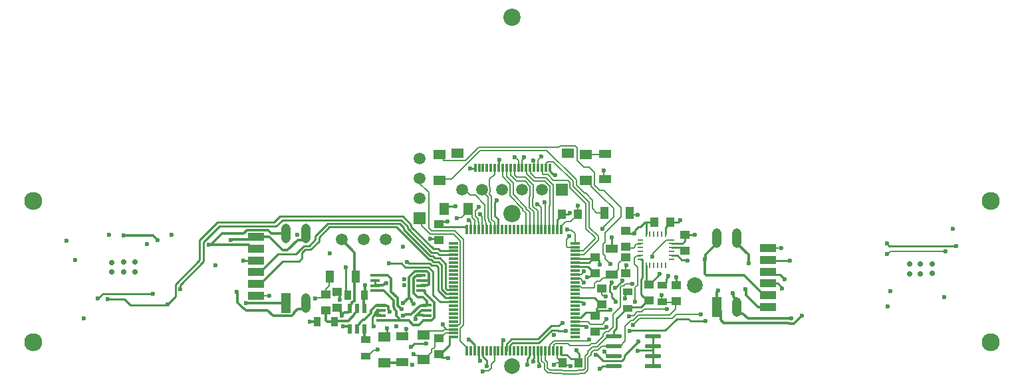
<source format=gtl>
G04*
G04 #@! TF.GenerationSoftware,Altium Limited,Altium Designer,21.3.2 (30)*
G04*
G04 Layer_Physical_Order=1*
G04 Layer_Color=255*
%FSLAX43Y43*%
%MOMM*%
G71*
G04*
G04 #@! TF.SameCoordinates,FC902942-77D8-4BC3-8EBF-9AFE0F54990F*
G04*
G04*
G04 #@! TF.FilePolarity,Positive*
G04*
G01*
G75*
%ADD16C,0.203*%
%ADD18R,1.067X1.524*%
%ADD19R,1.270X1.016*%
%ADD20R,0.300X1.000*%
%ADD21R,0.300X1.200*%
%ADD22R,0.550X1.200*%
%ADD23R,1.200X0.300*%
%ADD24R,1.575X1.270*%
%ADD25R,1.524X1.067*%
%ADD26R,2.100X0.500*%
%ADD27O,2.100X0.500*%
%ADD28R,2.000X1.000*%
%ADD29R,0.889X1.270*%
%ADD30R,1.270X0.889*%
%ADD31R,1.200X0.350*%
%ADD32R,1.016X1.270*%
%ADD33R,0.790X0.260*%
%ADD34R,0.260X0.790*%
%ADD35R,1.650X1.300*%
%ADD36R,1.626X1.194*%
%ADD37O,1.200X2.500*%
%ADD38R,1.200X2.500*%
%ADD39R,1.194X1.626*%
%ADD68C,0.254*%
%ADD69C,0.305*%
%ADD70C,0.508*%
%ADD71C,1.500*%
%ADD72C,2.000*%
%ADD73C,2.200*%
%ADD74C,2.300*%
%ADD75C,2.300*%
%ADD76C,0.700*%
%ADD77R,1.500X1.500*%
%ADD78R,1.500X1.500*%
%ADD79C,0.600*%
D16*
X55600Y72636D02*
G03*
X55600Y73364I-990J364D01*
G01*
X35150Y60700D02*
Y61698D01*
X34726Y60276D02*
X35150Y60700D01*
Y61698D02*
X35352Y61900D01*
X34294Y59176D02*
X34726Y59608D01*
Y60276D01*
X33583Y59176D02*
X34294D01*
X33457Y59050D02*
X33583Y59176D01*
X33350Y59050D02*
X33457D01*
X39850Y51750D02*
X40104D01*
X40810Y52456D01*
X41274D01*
X41350Y52532D01*
X49702Y76698D02*
Y76998D01*
X50731Y74331D02*
X54400Y78000D01*
X49702Y76698D02*
X52524D01*
X49250Y77450D02*
X49702Y76998D01*
X52524Y76698D02*
X54232Y78406D01*
X49433Y74331D02*
X50731D01*
X78901Y58568D02*
X79020Y58687D01*
X78309Y58550D02*
X78901Y58568D01*
X63227Y49973D02*
X64235Y49913D01*
X65599Y49845D02*
X66101D01*
X62961Y50239D02*
X63227Y49973D01*
X64986Y50732D02*
X65850Y50450D01*
X65431Y49439D02*
X66269D01*
X62555Y50045D02*
X63033Y49567D01*
X77768Y58550D02*
X78309D01*
X64235Y49913D02*
X65599Y49845D01*
X67701Y49507D02*
X68116Y49922D01*
X64926Y50792D02*
X64986Y50732D01*
X66101Y49845D02*
X67533Y49913D01*
X66269Y49439D02*
X67701Y49507D01*
X64868Y50850D02*
X64926Y50792D01*
X79020Y58687D02*
Y59124D01*
X67533Y49913D02*
X67710Y50090D01*
X63033Y49567D02*
X65431Y49439D01*
X64102Y50850D02*
X64868D01*
X63852Y50600D02*
X64102Y50850D01*
X63800Y50600D02*
X63852D01*
X67175Y61602D02*
X67355Y61422D01*
Y61398D02*
Y61422D01*
Y61398D02*
X67553Y61199D01*
Y61092D02*
Y61199D01*
Y62446D02*
Y62541D01*
X74110Y58655D02*
X74137Y58682D01*
Y60511D02*
X74400Y60775D01*
X74137Y58682D02*
Y60511D01*
X71332Y57027D02*
X72259Y57954D01*
X74400Y60775D02*
Y63104D01*
X72259Y57954D02*
Y60511D01*
X72440Y60692D01*
X68251Y53055D02*
X68513Y53317D01*
X65547Y53302D02*
X65794Y53055D01*
X68251D01*
X70063Y59437D02*
X70274D01*
X69900Y59600D02*
Y60382D01*
Y59600D02*
X70063Y59437D01*
X70274D02*
X70350Y59361D01*
X65767Y53656D02*
X68220D01*
X77450Y58868D02*
Y59551D01*
Y58868D02*
X77600Y58718D01*
X79250Y57698D02*
Y58618D01*
X78508Y56956D02*
X79250Y57698D01*
Y58618D02*
X79350Y58718D01*
X79020Y59124D02*
X79350Y58718D01*
X77600D02*
X77768Y58550D01*
X106638Y65088D02*
X113648D01*
X106200Y64750D02*
X106300D01*
X106638Y65088D01*
X76376Y64526D02*
Y64876D01*
X78080Y66580D01*
X76300Y64450D02*
X76376Y64526D01*
X61042Y70897D02*
X61700Y70239D01*
X60636Y70729D02*
Y72029D01*
X58205Y72181D02*
X59823Y70563D01*
X60230Y70561D02*
Y70731D01*
X60700Y67900D02*
Y70090D01*
X61647Y71148D02*
X61752D01*
X61042Y70897D02*
Y71860D01*
X61151Y71969D01*
X58611Y72350D02*
X60230Y70731D01*
X61151Y71969D02*
Y73605D01*
X60169Y74587D02*
X61151Y73605D01*
X61200Y67900D02*
Y70165D01*
X59823Y70393D02*
Y70563D01*
X60636Y72029D02*
X60745Y72138D01*
X60200Y67900D02*
Y70016D01*
X61700Y67900D02*
Y70239D01*
X60636Y70729D02*
X61200Y70165D01*
X61752Y71148D02*
X62200Y70700D01*
X60127Y74055D02*
X60745Y73437D01*
X60230Y70561D02*
X60700Y70090D01*
X59823Y70393D02*
X60200Y70016D01*
X60745Y72138D02*
Y73437D01*
X74000Y64252D02*
X74300Y64552D01*
X74000Y63504D02*
X74400Y63104D01*
X74000Y63504D02*
Y64252D01*
X79369Y57069D02*
X82461D01*
X78850Y56550D02*
X79369Y57069D01*
X74687Y56550D02*
X78850D01*
X74519Y56956D02*
X78508D01*
X75276Y57707D02*
X78152D01*
X74932Y57362D02*
X75276Y57707D01*
X73810Y55673D02*
X74687Y56550D01*
X73319Y56839D02*
X73395Y56915D01*
X73903D01*
X74351Y57362D01*
X73841Y56278D02*
X74519Y56956D01*
X73560Y56278D02*
X73841D01*
X74351Y57362D02*
X74932D01*
X72844Y55562D02*
X73560Y56278D01*
X69870Y68000D02*
X71400Y69530D01*
X69870Y68000D02*
X69929Y67941D01*
X70300Y67457D02*
X72350Y69507D01*
Y70700D01*
X70300Y66322D02*
Y67457D01*
X65445Y67850D02*
X66000D01*
X65700Y66943D02*
Y67050D01*
X70450Y56393D02*
Y56500D01*
X70103Y55944D02*
Y56045D01*
X69959Y55800D02*
X70103Y55944D01*
Y56045D02*
X70450Y56393D01*
X68405Y55800D02*
X69959D01*
X62200Y51174D02*
Y52400D01*
Y51174D02*
X62555Y50819D01*
X61750Y76761D02*
X62150Y77161D01*
Y77216D01*
X61750Y75750D02*
Y76761D01*
X72844Y53644D02*
Y55562D01*
X72440Y60692D02*
X72668D01*
X70372Y54822D02*
X70695D01*
X69069Y53317D02*
X70048Y54297D01*
X70695Y54822D02*
X71332Y55459D01*
Y57027D01*
X70048Y54297D02*
Y54498D01*
X70372Y54822D01*
X72200Y53000D02*
X72844Y53644D01*
X72668Y60692D02*
X72956Y60980D01*
X73750D01*
X63248Y53199D02*
X63757Y53708D01*
X63248Y52448D02*
Y53199D01*
X63748Y52448D02*
Y53125D01*
X63925Y53302D02*
X65547D01*
X63748Y53125D02*
X63925Y53302D01*
X63757Y53708D02*
X65716D01*
X65767Y53656D01*
X68513Y53317D02*
X69069D01*
X68681Y52911D02*
X69241D01*
X68089Y52074D02*
Y52319D01*
X69351Y52505D02*
X69380Y52475D01*
X68495Y51906D02*
Y52151D01*
X68116Y51526D02*
X68495Y51906D01*
X69380Y52475D02*
X69904Y53000D01*
X68849Y52505D02*
X69351D01*
X67710Y51694D02*
X68089Y52074D01*
X69241Y52911D02*
X70600Y54270D01*
X68089Y52319D02*
X68681Y52911D01*
X68495Y52151D02*
X68849Y52505D01*
X69904Y53000D02*
X72200D01*
X68116Y49922D02*
Y51526D01*
X67710Y50090D02*
Y51694D01*
X70663Y51730D02*
Y51731D01*
X70170Y52224D02*
X70663Y51731D01*
X70170Y52224D02*
Y52287D01*
X70663Y51730D02*
X71400D01*
X70600Y54270D02*
X71400D01*
X78080Y66580D02*
X78720D01*
X65350Y65769D02*
Y66593D01*
X65700Y66943D01*
X66450Y66150D02*
Y67400D01*
X66000Y67850D02*
X66450Y67400D01*
X58205Y72181D02*
Y73673D01*
X58250Y74800D02*
Y75750D01*
X57750Y74703D02*
X58611Y73842D01*
X57250Y74628D02*
X58205Y73673D01*
X58250Y74800D02*
X58995Y74055D01*
X57750Y74703D02*
Y75750D01*
X57250Y74628D02*
Y75750D01*
X55600Y73364D02*
Y74295D01*
X56250Y74945D01*
Y75750D01*
X55412Y69303D02*
Y72003D01*
X55818Y69471D02*
Y72171D01*
X55006Y69135D02*
Y71068D01*
X53774Y72300D02*
X55006Y71068D01*
X55600Y72390D02*
X55660Y72330D01*
X55600Y72390D02*
Y72636D01*
X58611Y72350D02*
Y73842D01*
X55660Y72330D02*
X55818Y72171D01*
X54610Y72805D02*
X55412Y72003D01*
X54610Y72805D02*
Y73000D01*
X54401Y69743D02*
X54600Y69544D01*
Y68966D02*
Y69544D01*
X54606Y68670D02*
Y68960D01*
X55012Y68839D02*
Y69128D01*
X53390Y69431D02*
Y69441D01*
X54606Y68670D02*
X54652Y68625D01*
X55012Y68839D02*
X55152Y68700D01*
X53155Y68928D02*
X53178D01*
X53383Y69448D02*
X53390Y69441D01*
X53796Y70299D02*
X54200Y70703D01*
X53796Y69599D02*
X54106Y69290D01*
Y68886D02*
Y69290D01*
X54200Y70703D02*
Y70751D01*
X54600Y68966D02*
X54606Y68960D01*
X53700Y67900D02*
Y69121D01*
X55006Y69135D02*
X55012Y69128D01*
X53010Y69073D02*
X53155Y68928D01*
X55444Y68982D02*
Y69271D01*
X55818Y69471D02*
X55850Y69440D01*
X53390Y69431D02*
X53700Y69121D01*
X53383Y69448D02*
Y69839D01*
X53796Y69599D02*
Y70299D01*
X55850Y69150D02*
Y69440D01*
X54401Y69743D02*
Y69850D01*
X52903Y69073D02*
X53010D01*
X54106Y68886D02*
X54200Y68792D01*
X55412Y69303D02*
X55444Y69271D01*
X54200Y67900D02*
Y68792D01*
X55850Y69150D02*
X56200Y68800D01*
X55152Y67948D02*
Y68700D01*
X55444Y68982D02*
X55700Y68726D01*
X56200Y67900D02*
Y68800D01*
X55700Y67900D02*
Y68726D01*
X54652Y67948D02*
Y68625D01*
X55152Y67948D02*
X55200Y67900D01*
X52850Y70372D02*
X53383Y69839D01*
X70036Y66058D02*
X70300Y66322D01*
X66778Y70922D02*
Y70937D01*
Y70922D02*
X66850Y70850D01*
Y69850D02*
Y70850D01*
X66450Y62150D02*
X67257D01*
X67553Y62446D01*
X66498Y61602D02*
X67175D01*
X66450Y61650D02*
X66498Y61602D01*
X70150Y74500D02*
Y75400D01*
Y74500D02*
X70250Y74400D01*
X73648Y69750D02*
X74450D01*
X73348Y70050D02*
X73648Y69750D01*
X72950Y62350D02*
Y63260D01*
X73000Y63310D01*
X64200Y51445D02*
X64795Y50850D01*
X62700Y51248D02*
X62961Y50987D01*
X62700Y51248D02*
Y52400D01*
X62961Y50239D02*
Y50987D01*
X62555Y50045D02*
Y50819D01*
X44950Y54650D02*
Y55237D01*
X44450Y54150D02*
X44950Y54650D01*
X45987Y51963D02*
X46141Y51809D01*
X45888Y51963D02*
X45987D01*
X46693Y51809D02*
X47150Y51352D01*
X46141Y51809D02*
X46693D01*
X25850Y59450D02*
X27500D01*
X47861Y51861D02*
X48213Y52213D01*
Y52583D02*
X48390Y52760D01*
X48213Y52213D02*
Y52583D01*
X48498Y52760D02*
X48617Y52879D01*
X47861Y51809D02*
Y51861D01*
X48617Y52879D02*
Y53576D01*
X48390Y52760D02*
X48498D01*
X49023Y53982D02*
X49277D01*
X47150Y51352D02*
X47404D01*
X47861Y51809D01*
X48617Y53576D02*
X49023Y53982D01*
X49977Y55077D02*
X50050Y55150D01*
X49798Y55077D02*
X49977D01*
X49654Y54933D02*
X49798Y55077D01*
X47683Y54933D02*
X49654D01*
X47150Y54400D02*
X47683Y54933D01*
X52010Y69456D02*
X52850Y70296D01*
X51606Y69456D02*
X52010D01*
X51450Y69300D02*
X51606Y69456D01*
X91050Y65500D02*
X92733D01*
X52850Y70372D02*
Y70550D01*
Y70296D02*
Y70372D01*
X54652Y67948D02*
X54700Y67900D01*
X49250Y74148D02*
X49433Y74331D01*
X69227Y70050D02*
X70300D01*
X68689Y70589D02*
X69227Y70050D01*
X68689Y70589D02*
Y71661D01*
X67800Y72550D02*
X68689Y71661D01*
X67649Y72550D02*
X67800D01*
X66637Y73562D02*
X67649Y72550D01*
X66637Y73562D02*
Y74213D01*
X62850Y78000D02*
X66637Y74213D01*
X54400Y78000D02*
X62850D01*
X70250Y64200D02*
X70950Y63500D01*
X70250Y64200D02*
Y64528D01*
X70036Y64741D02*
X70250Y64528D01*
X70036Y64741D02*
Y66058D01*
X70150Y72900D02*
X72350Y70700D01*
X69600Y72900D02*
X70150D01*
X68939Y73561D02*
X69600Y72900D01*
X68939Y73561D02*
Y75211D01*
X68255Y75895D02*
X68939Y75211D01*
X67606Y75895D02*
X68255D01*
X66761Y76740D02*
X67606Y75895D01*
X66761Y76740D02*
Y78316D01*
X66475Y78602D02*
X66761Y78316D01*
X64575Y78602D02*
X66475D01*
X64380Y78406D02*
X64575Y78602D01*
X54232Y78406D02*
X64380D01*
X66450Y60650D02*
X66498Y60602D01*
X67175D02*
X67327Y60450D01*
X66498Y60602D02*
X67175D01*
X68963Y60569D02*
Y61015D01*
X68844Y60450D02*
X68963Y60569D01*
X67327Y60450D02*
X68844D01*
X69248Y61300D02*
X69617D01*
X68963Y61015D02*
X69248Y61300D01*
X71400Y69530D02*
Y70570D01*
X68533Y73367D02*
X69748Y72152D01*
X69818D01*
X71400Y70570D01*
X67999Y74198D02*
X68533Y73665D01*
Y73367D02*
Y73665D01*
X67850Y74198D02*
X67999D01*
X67902Y77448D02*
X70250D01*
X67850Y77500D02*
X67902Y77448D01*
X67850Y68013D02*
Y71176D01*
X68256Y68181D02*
Y71344D01*
X69406Y66507D02*
Y67031D01*
X68256Y68181D02*
X69406Y67031D01*
X67850Y68013D02*
X69000Y66863D01*
Y66676D02*
Y66863D01*
X68055Y56150D02*
X68405Y55800D01*
X66450Y56150D02*
X68055D01*
X61202Y75798D02*
Y76646D01*
Y75798D02*
X61250Y75750D01*
X61145Y76702D02*
X61202Y76646D01*
X65350Y65769D02*
X65469Y65650D01*
X66450D01*
X59750Y76743D02*
X60000Y76993D01*
X59750Y75750D02*
Y76743D01*
X60000Y76993D02*
Y77100D01*
X62200Y67900D02*
Y70700D01*
X62610Y71390D02*
X62700Y71300D01*
Y67900D02*
Y71300D01*
X59250Y75798D02*
X59298Y75750D01*
X59250Y75798D02*
Y76700D01*
X58800Y77150D02*
X59250Y76700D01*
X50050Y55150D02*
X50950D01*
X49639Y55580D02*
Y55800D01*
Y55580D02*
X50050Y55169D01*
Y55150D02*
Y55169D01*
X63697Y74193D02*
X65509D01*
X65825Y73201D02*
Y73876D01*
X62975Y76552D02*
X63724D01*
X65509Y74193D02*
X65825Y73876D01*
X62977Y74912D02*
X63697Y74193D01*
X66231Y73369D02*
X68256Y71344D01*
X62400Y74912D02*
X62977D01*
X66231Y73369D02*
Y74045D01*
X65825Y73201D02*
X67850Y71176D01*
X63724Y76552D02*
X66231Y74045D01*
X47850Y68094D02*
Y72600D01*
X46737Y68920D02*
X46936Y68722D01*
X47850Y68094D02*
X48211Y67734D01*
X46936Y68434D02*
Y68722D01*
X46450Y68920D02*
X46737D01*
X46936Y68434D02*
X48042Y67328D01*
X48211Y67734D02*
X51117D01*
X48042Y67328D02*
X49860D01*
X54747Y49786D02*
X54806Y49845D01*
X55451D01*
X55805Y50199D02*
Y50705D01*
X55451Y49845D02*
X55805Y50199D01*
Y50705D02*
X56200Y51100D01*
Y52400D01*
X74752Y64552D02*
X74780Y64580D01*
X74300Y64552D02*
X74752D01*
X73100Y65568D02*
X73964D01*
X72950Y65718D02*
X73100Y65568D01*
X74752Y66052D02*
X74780Y66080D01*
X74300Y66052D02*
X74752D01*
X74083Y65835D02*
X74300Y66052D01*
X74083Y65687D02*
Y65835D01*
X73964Y65568D02*
X74083Y65687D01*
X72823Y64382D02*
X72950D01*
X72013Y63572D02*
X72823Y64382D01*
X72013Y62833D02*
Y63572D01*
X71430Y62250D02*
X72013Y62833D01*
X71100Y62250D02*
X71430D01*
X70567Y61717D02*
X71100Y62250D01*
X70033Y61717D02*
X70567D01*
X69617Y61300D02*
X70033Y61717D01*
X46450Y74000D02*
X47850Y72600D01*
X51852Y55301D02*
X52258Y55707D01*
X51117Y67734D02*
X52258Y66593D01*
Y55707D02*
Y66593D01*
X50998Y55698D02*
X51675D01*
X50977Y67300D02*
X51852Y66425D01*
X51675Y55698D02*
X51852Y55875D01*
Y66425D01*
X49860Y67328D02*
X49888Y67300D01*
X50977D01*
X51852Y53698D02*
Y55301D01*
X52700Y52400D02*
Y52850D01*
X51852Y53698D02*
X52700Y52850D01*
X50950Y55650D02*
X50998Y55698D01*
X49945Y54650D02*
X50950D01*
X49277Y53982D02*
X49945Y54650D01*
X62750Y75750D02*
X62798Y75798D01*
Y76375D01*
X62975Y76552D01*
X66450Y64650D02*
X67549D01*
X69406Y66507D01*
X62298Y75014D02*
Y75853D01*
Y75014D02*
X62400Y74912D01*
X66450Y65150D02*
X67474D01*
X69000Y66676D01*
X63200Y52400D02*
X63248Y52448D01*
X63700Y52400D02*
X63748Y52448D01*
X64200Y51445D02*
Y52400D01*
X53178Y67922D02*
Y68928D01*
Y67922D02*
X53200Y67900D01*
X52070Y73000D02*
X52400D01*
X53100Y72300D01*
X53774D01*
X66444Y69317D02*
X66850Y69723D01*
X66317Y69317D02*
X66444D01*
X66850Y69723D02*
Y69850D01*
X65913Y68913D02*
X66317Y69317D01*
X65263Y68913D02*
X65913D01*
X64700Y67900D02*
Y68350D01*
X65263Y68913D01*
X60798Y75125D02*
X61417Y74506D01*
X60750Y75750D02*
X60798Y75702D01*
Y75125D02*
Y75702D01*
X62790Y74506D02*
X63700Y73596D01*
X61417Y74506D02*
X62790D01*
X63700Y67900D02*
Y73596D01*
X61231Y74100D02*
X62622D01*
X60298Y75032D02*
Y75702D01*
Y75032D02*
X61231Y74100D01*
X60250Y75750D02*
X60298Y75702D01*
X63200Y70875D02*
X63285Y70960D01*
Y73437D01*
X62622Y74100D02*
X63285Y73437D01*
X63200Y67900D02*
Y70875D01*
X58750Y74874D02*
Y75750D01*
Y74874D02*
X59037Y74587D01*
X60169D01*
X58995Y74055D02*
X60127D01*
D18*
X35250Y61900D02*
D03*
X38502D02*
D03*
X73450Y70050D02*
D03*
X70198D02*
D03*
D19*
X36200Y59900D02*
D03*
Y57868D02*
D03*
X69050Y54868D02*
D03*
Y56900D02*
D03*
X34700Y57550D02*
D03*
Y59582D02*
D03*
X80450Y65218D02*
D03*
Y67250D02*
D03*
X72950Y65718D02*
D03*
Y67750D02*
D03*
X69050Y62318D02*
D03*
Y64350D02*
D03*
X79350Y58718D02*
D03*
Y60750D02*
D03*
X75850Y58868D02*
D03*
Y60900D02*
D03*
X72950Y64382D02*
D03*
Y62350D02*
D03*
X69900Y58350D02*
D03*
Y60382D02*
D03*
X49100Y68550D02*
D03*
Y66518D02*
D03*
X49150Y51950D02*
D03*
Y53982D02*
D03*
D20*
X56750Y75750D02*
D03*
X56250D02*
D03*
X53750D02*
D03*
X54250D02*
D03*
X54750D02*
D03*
X57250D02*
D03*
X57750D02*
D03*
X59250D02*
D03*
X59750D02*
D03*
X63250D02*
D03*
X62750D02*
D03*
X62250D02*
D03*
X61750D02*
D03*
X61250D02*
D03*
X60750D02*
D03*
X60250D02*
D03*
X58750D02*
D03*
X58250D02*
D03*
X55750D02*
D03*
X55250D02*
D03*
D21*
X56700Y67900D02*
D03*
X56200D02*
D03*
X64700Y52400D02*
D03*
X64200D02*
D03*
X63700D02*
D03*
X63200D02*
D03*
X62700D02*
D03*
X62200D02*
D03*
X61700D02*
D03*
X61200D02*
D03*
X60700D02*
D03*
X60200D02*
D03*
X59700D02*
D03*
X59200D02*
D03*
X58700D02*
D03*
X58200D02*
D03*
X57700D02*
D03*
X57200D02*
D03*
X56700D02*
D03*
X56200D02*
D03*
X55700D02*
D03*
X55200D02*
D03*
X54700D02*
D03*
X54200D02*
D03*
X53700D02*
D03*
X53200D02*
D03*
X52700Y67900D02*
D03*
X53200D02*
D03*
X53700D02*
D03*
X54200D02*
D03*
X54700D02*
D03*
X55200D02*
D03*
X55700D02*
D03*
X57200D02*
D03*
X57700D02*
D03*
X58200D02*
D03*
X58700D02*
D03*
X59200D02*
D03*
X59700D02*
D03*
X60200D02*
D03*
X60700D02*
D03*
X61200D02*
D03*
X61700D02*
D03*
X62200D02*
D03*
X62700D02*
D03*
X63200D02*
D03*
X63700D02*
D03*
X64200D02*
D03*
X64700D02*
D03*
X52700Y52400D02*
D03*
D22*
X38700Y57800D02*
D03*
X37750D02*
D03*
X39650D02*
D03*
Y55200D02*
D03*
X38700D02*
D03*
X37750D02*
D03*
D23*
X66450Y62650D02*
D03*
X50950Y54150D02*
D03*
Y54650D02*
D03*
Y55150D02*
D03*
Y55650D02*
D03*
Y56150D02*
D03*
Y56650D02*
D03*
Y57150D02*
D03*
Y57650D02*
D03*
Y58150D02*
D03*
Y58650D02*
D03*
Y59150D02*
D03*
Y59650D02*
D03*
Y60150D02*
D03*
Y60650D02*
D03*
Y61150D02*
D03*
Y61650D02*
D03*
Y62150D02*
D03*
Y62650D02*
D03*
Y63150D02*
D03*
Y63650D02*
D03*
Y64150D02*
D03*
Y64650D02*
D03*
Y65150D02*
D03*
Y65650D02*
D03*
Y66150D02*
D03*
X66450D02*
D03*
Y65650D02*
D03*
Y65150D02*
D03*
Y64650D02*
D03*
Y64150D02*
D03*
Y63650D02*
D03*
Y63150D02*
D03*
Y62150D02*
D03*
Y61650D02*
D03*
Y61150D02*
D03*
Y60650D02*
D03*
Y60150D02*
D03*
Y59650D02*
D03*
Y59150D02*
D03*
Y58650D02*
D03*
Y58150D02*
D03*
Y57650D02*
D03*
Y57150D02*
D03*
Y56650D02*
D03*
Y56150D02*
D03*
Y55650D02*
D03*
Y55150D02*
D03*
Y54650D02*
D03*
Y54150D02*
D03*
D24*
X67850Y77500D02*
D03*
Y74198D02*
D03*
X49250Y74148D02*
D03*
Y77450D02*
D03*
X42150Y54200D02*
D03*
Y50898D02*
D03*
D25*
X70250Y74298D02*
D03*
Y77550D02*
D03*
X71100Y62148D02*
D03*
Y65400D02*
D03*
X44450Y51000D02*
D03*
Y54252D02*
D03*
D26*
X76400Y50460D02*
D03*
D27*
Y51730D02*
D03*
Y53000D02*
D03*
Y54270D02*
D03*
X71400Y50460D02*
D03*
Y51730D02*
D03*
Y53000D02*
D03*
Y54270D02*
D03*
D28*
X25850Y59450D02*
D03*
Y60950D02*
D03*
Y62450D02*
D03*
Y63950D02*
D03*
Y65450D02*
D03*
Y66950D02*
D03*
X91050Y65500D02*
D03*
Y64000D02*
D03*
Y62500D02*
D03*
Y61000D02*
D03*
Y59500D02*
D03*
Y58000D02*
D03*
D29*
X33637Y56100D02*
D03*
X35796D02*
D03*
X37486Y59550D02*
D03*
X39646D02*
D03*
D30*
X39850Y51687D02*
D03*
Y53846D02*
D03*
X77600Y58654D02*
D03*
Y60813D02*
D03*
X73200Y57786D02*
D03*
Y59945D02*
D03*
D31*
X47575Y56275D02*
D03*
Y56925D02*
D03*
Y57575D02*
D03*
Y58225D02*
D03*
X41725D02*
D03*
Y57575D02*
D03*
Y56925D02*
D03*
Y56275D02*
D03*
X46875Y60075D02*
D03*
Y60725D02*
D03*
Y61375D02*
D03*
Y62025D02*
D03*
X41025D02*
D03*
Y61375D02*
D03*
Y60725D02*
D03*
Y60075D02*
D03*
D32*
X78600Y68850D02*
D03*
X76568D02*
D03*
X66900Y50850D02*
D03*
X64868D02*
D03*
X66850Y69850D02*
D03*
X64818D02*
D03*
D33*
X74780Y64080D02*
D03*
Y64580D02*
D03*
Y65080D02*
D03*
Y65580D02*
D03*
Y66080D02*
D03*
Y66580D02*
D03*
X78720D02*
D03*
Y66080D02*
D03*
Y65580D02*
D03*
Y65080D02*
D03*
Y64580D02*
D03*
Y64080D02*
D03*
D34*
X75500Y67300D02*
D03*
X76000D02*
D03*
X76500D02*
D03*
X77000D02*
D03*
X77500D02*
D03*
X78000D02*
D03*
Y63360D02*
D03*
X77500D02*
D03*
X77000D02*
D03*
X76500D02*
D03*
X76000D02*
D03*
X75500D02*
D03*
D35*
X65525Y77650D02*
D03*
X51475D02*
D03*
D36*
X47150Y51314D02*
D03*
Y54438D02*
D03*
D37*
X29660Y67350D02*
D03*
X32200D02*
D03*
Y58500D02*
D03*
X84550Y66800D02*
D03*
X87090D02*
D03*
Y57950D02*
D03*
D38*
X29660Y58500D02*
D03*
X84550Y57950D02*
D03*
D39*
X49764Y70550D02*
D03*
X52888D02*
D03*
D68*
X37250Y59850D02*
Y63100D01*
Y59850D02*
X37550Y59550D01*
X39550Y66378D02*
Y66600D01*
X40912Y56938D02*
X41100Y57125D01*
X40700Y56725D02*
X40912Y56938D01*
X41350Y57527D02*
X41550D01*
X41573Y57550D02*
X41700D01*
X41550Y57527D02*
X41573Y57550D01*
X41700D02*
X41725Y57575D01*
X40700Y55700D02*
X40850Y55550D01*
X40700Y55700D02*
Y56725D01*
X42150Y54200D02*
X42550Y54600D01*
Y55300D01*
X26350Y62450D02*
X28668Y64768D01*
X31716Y64907D02*
X32125Y65316D01*
X31716Y64259D02*
Y64907D01*
X31307Y63850D02*
X31716Y64259D01*
X32584Y65773D02*
X33400Y66589D01*
X31936Y65773D02*
X32584D01*
X30930Y64768D02*
X31936Y65773D01*
X28668Y64768D02*
X30930D01*
X32773Y65316D02*
X33857Y66400D01*
X32125Y65316D02*
X32773D01*
X41025Y60725D02*
Y61375D01*
X74104Y67801D02*
X74552Y68250D01*
X74000Y67350D02*
X74104Y67454D01*
Y67801D01*
X73331Y67369D02*
X73981D01*
X72950Y67750D02*
X73331Y67369D01*
X73981D02*
X74000Y67350D01*
X92734Y60416D02*
X92800Y60350D01*
X92734Y60416D02*
Y60566D01*
X92300Y61000D02*
X92734Y60566D01*
X80706Y63994D02*
X80750Y63950D01*
X80069Y63994D02*
X80706D01*
X79483Y64580D02*
X80069Y63994D01*
X53100Y75700D02*
X53727D01*
X53750Y75723D01*
Y75750D01*
X49802Y70550D02*
X50102Y70850D01*
X51250D01*
X63489Y55030D02*
X64308D01*
X63412Y55600D02*
X64400D01*
X64308Y55030D02*
X64388Y54950D01*
X61712Y53900D02*
X63412Y55600D01*
X58341Y53900D02*
X61712D01*
X58488Y53400D02*
X61859D01*
X64388Y54950D02*
X65300D01*
X61859Y53400D02*
X63489Y55030D01*
X65965Y51358D02*
X66519D01*
X65396Y51927D02*
X65965Y51358D01*
X67963Y61783D02*
X68030Y61849D01*
X68387Y61937D02*
X68669D01*
X68299Y61849D02*
X68387Y61937D01*
X68030Y61849D02*
X68299D01*
X68070Y63171D02*
X68923Y62318D01*
X66450Y63150D02*
X66471Y63171D01*
X68070D01*
X68923Y62318D02*
X69050D01*
X72864Y59628D02*
X73118Y59882D01*
X72864Y59049D02*
Y59628D01*
X73375Y58025D02*
X74880D01*
X73118Y59882D02*
X73200D01*
X74880Y58025D02*
X75723Y58868D01*
X73200Y57850D02*
X73375Y58025D01*
X66650Y52356D02*
Y52450D01*
X66950Y50900D02*
Y52056D01*
X66650Y52356D02*
X66950Y52056D01*
X69969Y50460D02*
X71400D01*
X69650Y50150D02*
X69659D01*
X69969Y50460D01*
X70756Y57550D02*
X70856Y57650D01*
X70950D01*
X71604Y58705D02*
Y58789D01*
X69150Y57550D02*
X70756D01*
X71175Y59219D02*
X71604Y58789D01*
X14500Y58250D02*
X14550Y58300D01*
X9817Y58250D02*
X14500D01*
X56773Y76773D02*
X56800Y76800D01*
X56773Y75773D02*
Y76773D01*
X44345Y63577D02*
X44820Y63102D01*
X42777Y63577D02*
X44345D01*
X16150Y60250D02*
X16187D01*
X16150D02*
Y60800D01*
X14550Y58300D02*
X15556Y59306D01*
Y60906D01*
X18650Y64000D01*
X106450Y65800D02*
X114960D01*
X106150Y66100D02*
X106450Y65800D01*
X78300Y61950D02*
X78350Y62000D01*
X78300Y61800D02*
Y61950D01*
X78108Y61608D02*
X78300Y61800D01*
X78108Y61131D02*
Y61608D01*
X77727Y60750D02*
X78108Y61131D01*
X79350Y61777D02*
X79387Y61814D01*
X79350Y60750D02*
Y61777D01*
X77100Y62050D02*
X77250Y62200D01*
X77100Y62023D02*
Y62050D01*
X75977Y60900D02*
X77100Y62023D01*
X75850Y60900D02*
X75977D01*
X75043Y62244D02*
Y64077D01*
X75040Y64080D02*
X75043Y64077D01*
X75000Y61700D02*
Y62201D01*
X74780Y64080D02*
X75040D01*
X75000Y62201D02*
X75043Y62244D01*
X74888Y61588D02*
X75000Y61700D01*
X74888Y59560D02*
Y61588D01*
X75500Y61250D02*
Y63360D01*
X75199Y59249D02*
X75469D01*
X75500Y61250D02*
X75850Y60900D01*
X75469Y59249D02*
X75850Y58868D01*
X74888Y59560D02*
X75199Y59249D01*
X79410Y56500D02*
X80903D01*
X77909Y54999D02*
X79410Y56500D01*
X73512Y54999D02*
X77909D01*
X81203Y56200D02*
X83100D01*
X80903Y56500D02*
X81203Y56200D01*
X73449Y54936D02*
X73512Y54999D01*
X69563Y63456D02*
X69585Y63435D01*
X69169Y64350D02*
X69563Y63956D01*
Y63456D02*
Y63956D01*
X69585Y63390D02*
Y63435D01*
X69050Y64350D02*
X69169D01*
X68923D02*
X69050D01*
X91100Y63950D02*
X93800D01*
X70173Y55249D02*
X70355Y55430D01*
X70444D01*
X45550Y52900D02*
X45988Y53338D01*
X47500D01*
X52966Y53734D02*
X53079D01*
X53677Y53135D01*
X52900Y53800D02*
X52966Y53734D01*
X54723Y51665D02*
X55188Y51199D01*
X54723Y51665D02*
Y52377D01*
X55188Y50462D02*
Y51199D01*
X61768Y50995D02*
Y51443D01*
Y50995D02*
X61884Y50880D01*
X60412Y50588D02*
Y51400D01*
X55188Y50462D02*
X55200Y50450D01*
X74500Y52450D02*
X76400D01*
X74450Y52400D02*
X74500Y52450D01*
X74534Y53600D02*
X74550D01*
X72777Y51842D02*
X74534Y53600D01*
X70900Y60806D02*
X71100Y61006D01*
X70900Y60000D02*
Y60806D01*
X71100Y61006D02*
Y61100D01*
X70900Y60000D02*
X71175Y59725D01*
Y59219D02*
Y59725D01*
X71600Y60465D02*
X72458Y61322D01*
Y61337D01*
X71600Y60450D02*
Y60465D01*
X71764Y55280D02*
Y56541D01*
X71424Y54384D02*
Y54940D01*
X71764Y55280D01*
X69431Y55249D02*
X70173D01*
X64750Y55950D02*
X64850D01*
X64400Y55600D02*
X64750Y55950D01*
X58223Y53135D02*
X58488Y53400D01*
X57723Y53282D02*
X58341Y53900D01*
X57723Y52423D02*
Y53282D01*
X57700Y52400D02*
X57723Y52423D01*
X57300Y53656D02*
Y53750D01*
X57200Y52400D02*
Y53556D01*
X57300Y53656D01*
X58223Y52423D02*
Y53135D01*
X75723Y58868D02*
X75850D01*
X71764Y56541D02*
X73073Y57850D01*
X73200D01*
X71400Y54360D02*
X71424Y54384D01*
X71400Y54270D02*
Y54360D01*
X58200Y52400D02*
X58223Y52423D01*
X61112Y51070D02*
X61178Y51136D01*
Y51452D01*
X69100Y51900D02*
X69250D01*
X69997Y51153D01*
X72777Y51491D02*
Y51842D01*
X69997Y51153D02*
X72439D01*
X72777Y51491D01*
X56750Y75750D02*
X56773Y75773D01*
X56250Y71350D02*
X56500Y71600D01*
X56250Y69650D02*
Y71350D01*
Y69650D02*
X56700Y69200D01*
Y67900D02*
Y69200D01*
X66900Y50850D02*
X66950Y50900D01*
X79600Y68850D02*
X79850Y69100D01*
X78600Y68850D02*
X79600D01*
X71100Y65298D02*
Y66850D01*
X91050Y61000D02*
X92300D01*
X65839Y69989D02*
Y70000D01*
X65700Y69850D02*
X65839Y69989D01*
X64818Y69850D02*
X65700D01*
X68669Y61937D02*
X69050Y62318D01*
X49450Y68900D02*
X50187D01*
X49100Y68550D02*
X49450Y68900D01*
X50231Y51569D02*
X50350Y51450D01*
X49150Y51950D02*
X49531Y51569D01*
X50231D01*
X24200Y63900D02*
X24250Y63950D01*
X25850D01*
X16150Y60800D02*
X19150Y63800D01*
X18650Y64000D02*
Y66500D01*
X20950Y68800D01*
X28150D01*
X28921Y69571D01*
X19150Y63800D02*
Y66250D01*
X21200Y68300D01*
X28400D01*
X29214Y69114D01*
X26350Y60950D02*
X29250Y63850D01*
X31307D01*
X25850Y60950D02*
X26350D01*
X33857Y66900D02*
X35157Y68200D01*
X33857Y66400D02*
Y66900D01*
X33400Y67089D02*
X34968Y68657D01*
X33400Y66589D02*
Y67089D01*
X25850Y62450D02*
X26350D01*
X91050Y64000D02*
X91100Y63950D01*
X92573Y62127D02*
X93150Y61550D01*
X91050Y62500D02*
X91423Y62127D01*
X92573D01*
X45348Y63559D02*
X47943D01*
X48202Y63300D01*
X48750D01*
X45175Y63732D02*
X45348Y63559D01*
X45081Y63732D02*
X45175D01*
X49065Y65421D02*
X49336Y65150D01*
X48423Y65421D02*
X49065D01*
X45570Y68274D02*
X48423Y65421D01*
X66450Y55650D02*
X67606D01*
X76400Y52450D02*
Y53000D01*
Y50460D02*
Y51730D01*
Y52450D01*
Y53000D02*
Y54270D01*
X68669Y57281D02*
X69050Y56900D01*
X68412Y57281D02*
X68669D01*
X69150Y57000D02*
Y57550D01*
X67812Y57300D02*
X68393D01*
X69773Y58350D02*
X69900D01*
X69050Y56900D02*
X69150Y57000D01*
X67185Y56673D02*
X67812Y57300D01*
X68393D02*
X68412Y57281D01*
X69050Y54868D02*
X69431Y55249D01*
X67043Y56673D02*
X67185D01*
X67043Y56673D02*
X67043Y56673D01*
X66473Y56673D02*
X67043D01*
X66450Y56650D02*
X66473Y56673D01*
X68973Y59150D02*
X69773Y58350D01*
X66450Y59150D02*
X68973D01*
X69150Y57550D02*
Y57789D01*
X69150Y57789D01*
X69212D01*
X69773Y58350D01*
X60412Y51400D02*
X60677Y51665D01*
Y52377D02*
X60700Y52400D01*
X60677Y51665D02*
Y52377D01*
X61884Y50516D02*
Y50880D01*
X61700Y51511D02*
Y52400D01*
Y51511D02*
X61768Y51443D01*
X61884Y50516D02*
X61950Y50450D01*
X61178Y51452D02*
X61200Y51474D01*
Y52400D01*
X63881Y74864D02*
X63947Y74797D01*
X63786Y74864D02*
X63881D01*
X63273Y75377D02*
X63786Y74864D01*
X44199Y67706D02*
X47855Y64050D01*
X44199Y67706D02*
Y67706D01*
X43705Y68200D02*
X44199Y67706D01*
X35157Y68200D02*
X43705D01*
X44656Y67896D02*
X48045Y64507D01*
X44656Y67896D02*
Y68140D01*
X44139Y68657D02*
X44656Y68140D01*
X34968Y68657D02*
X44139D01*
X45113Y68085D02*
X48234Y64964D01*
X45113Y68085D02*
Y68330D01*
X44329Y69114D02*
X45113Y68330D01*
X29214Y69114D02*
X44329D01*
X28921Y69571D02*
X44518D01*
X45570Y68519D01*
Y68274D02*
Y68519D01*
X74552Y68250D02*
X74800D01*
X75649Y68850D02*
X76568D01*
X75400D02*
X75649D01*
X74800Y68250D02*
X75400Y68850D01*
X75500Y67300D02*
Y68701D01*
X78000Y67300D02*
Y68123D01*
X78600Y68723D02*
Y68850D01*
X78000Y68123D02*
X78600Y68723D01*
X48895Y66723D02*
X49100Y66518D01*
X47855Y64050D02*
X48150D01*
X48045Y64507D02*
X48339D01*
X48013Y66723D02*
X48895D01*
X48234Y64964D02*
X48876D01*
X44820Y63102D02*
X46733D01*
X46800Y63035D01*
X47821D01*
X48876Y64964D02*
X49169Y64671D01*
X48339Y64507D02*
X48632Y64214D01*
X48150Y64050D02*
X48443Y63757D01*
X47821Y63035D02*
X48400Y62456D01*
X48632Y64214D02*
X49286D01*
X48443Y63757D02*
X49097D01*
X49286Y64214D02*
X50000Y63500D01*
X48750Y63300D02*
X49000Y63050D01*
X49097Y63757D02*
X49500Y63354D01*
X49834Y64650D02*
X50950D01*
X49169Y64671D02*
X49813D01*
X49834Y64650D01*
X49336Y65150D02*
X50950D01*
X48400Y59550D02*
Y62456D01*
X50000Y60388D02*
Y63500D01*
X49500Y60241D02*
Y63354D01*
X49000Y60095D02*
X49945Y59150D01*
X49000Y60095D02*
Y63050D01*
X48400Y59550D02*
X49300Y58650D01*
X50950D01*
X49945Y59150D02*
X50950D01*
X49500Y60241D02*
X50068Y59673D01*
X50927D02*
X50950Y59650D01*
X50068Y59673D02*
X50927D01*
X50215Y60173D02*
X50927D01*
X50950Y60150D01*
X50000Y60388D02*
X50215Y60173D01*
X54200Y51322D02*
Y52400D01*
X54700D02*
X54723Y52377D01*
X53677Y52423D02*
Y53135D01*
Y52423D02*
X53700Y52400D01*
X67350Y58650D02*
X67600Y58400D01*
X66450Y58650D02*
X67350D01*
X77600Y60750D02*
X77727D01*
X81667Y67250D02*
X81732Y67185D01*
X80450Y67250D02*
X81667D01*
X78720Y64580D02*
X79483D01*
X80130Y66080D02*
X80450Y66400D01*
Y67250D01*
X78720Y66080D02*
X80130D01*
X80088Y65580D02*
X80450Y65218D01*
X78720Y65580D02*
X80088D01*
X75500Y68701D02*
X75649Y68850D01*
X12684Y59700D02*
X12695Y59689D01*
X6350Y59700D02*
X12684D01*
X5700Y59050D02*
X6350Y59700D01*
X9067Y59000D02*
X9817Y58250D01*
X7000Y59000D02*
X9067D01*
X52700Y67900D02*
Y68227D01*
X49400Y68250D02*
X52677D01*
X49100Y68550D02*
X49400Y68250D01*
X52677D02*
X52700Y68227D01*
X50477Y53150D02*
Y54127D01*
X50500Y54150D02*
X50950D01*
X50477Y54127D02*
X50500Y54150D01*
X49277Y51950D02*
X50477Y53150D01*
X49150Y51950D02*
X49277D01*
X63273Y75377D02*
Y75727D01*
X63250Y75750D02*
X63273Y75727D01*
X66450Y64150D02*
X68723D01*
X68923Y64350D01*
X68223Y63650D02*
X68723Y64150D01*
X66450Y63650D02*
X68223D01*
X66519Y51358D02*
X66900Y50977D01*
X64723Y51927D02*
X65396D01*
X64700Y51950D02*
X64723Y51927D01*
X66900Y50850D02*
Y50977D01*
X64700Y51950D02*
Y52400D01*
X64200Y69105D02*
X64818Y69723D01*
Y69850D01*
X64200Y67900D02*
Y69105D01*
D69*
X39582Y59550D02*
X39700Y59668D01*
Y60800D01*
X35844Y59544D02*
X36050Y59750D01*
X36333D01*
X36539Y59544D01*
Y58940D02*
Y59544D01*
X38400Y61900D02*
Y64950D01*
X36750Y66600D02*
X38400Y64950D01*
Y61900D02*
X38600Y61700D01*
X36633Y57435D02*
Y57512D01*
X36277Y57868D02*
X36633Y57512D01*
X36200Y57868D02*
X36277D01*
X36693Y56956D02*
X36750Y56900D01*
X36693Y56956D02*
Y57375D01*
X36633Y57435D02*
X36693Y57375D01*
X39582Y57868D02*
Y59550D01*
Y57868D02*
X39650Y57800D01*
X37750Y58125D02*
X38073Y58448D01*
Y58546D01*
X38279Y58752D01*
X38352D02*
X38383Y58783D01*
X37750Y57800D02*
Y58125D01*
X38279Y58752D02*
X38352D01*
X38383Y61483D02*
X38600Y61700D01*
X38383Y58783D02*
Y61483D01*
X40912Y56938D02*
X41713D01*
X41725Y56925D01*
X41748Y58202D02*
X42544D01*
X42700Y58046D01*
X41725Y58225D02*
X41748Y58202D01*
X43450Y57750D02*
X43691Y57509D01*
X43450Y57750D02*
Y57875D01*
X42082Y60075D02*
X43342Y58815D01*
Y57983D02*
Y58815D01*
Y57983D02*
X43450Y57875D01*
X43850Y58193D02*
Y59185D01*
X43056Y59979D02*
X43850Y59185D01*
Y58193D02*
X44347Y57696D01*
X42876Y57397D02*
Y57477D01*
X42700Y57653D02*
X42876Y57477D01*
X42700Y57653D02*
Y58046D01*
X43691Y56902D02*
Y57509D01*
Y56902D02*
X44050Y56543D01*
Y56275D02*
Y56543D01*
Y56275D02*
X45275D01*
X41725D02*
X44050D01*
X44837Y56987D02*
X44875Y57025D01*
X44646Y56987D02*
X44837D01*
X44590Y56931D02*
X44646Y56987D01*
X44875Y57025D02*
X45552D01*
X46729Y58202D01*
X43056Y59979D02*
Y61616D01*
X42646Y62025D02*
X43056Y61616D01*
X41025Y62025D02*
X42646D01*
X37568Y56244D02*
X38377Y57054D01*
X36900Y55550D02*
X37627D01*
Y55648D01*
X35876Y56244D02*
X37568D01*
X35732Y56100D02*
X35876Y56244D01*
X36750Y56970D02*
X37132Y57352D01*
X36750Y56900D02*
Y56970D01*
X34715Y56279D02*
Y57535D01*
X34700Y57550D02*
X34715Y57535D01*
Y56279D02*
X34894Y56100D01*
X35732D01*
X37750Y57475D02*
Y57800D01*
X37132Y57352D02*
X37627D01*
X37750Y57475D01*
X38700D02*
Y57800D01*
X38377Y57152D02*
X38700Y57475D01*
X38377Y57054D02*
Y57152D01*
X32740Y56134D02*
X33666D01*
X33700Y56100D01*
X30694Y57321D02*
X31143Y57770D01*
X31786D01*
X32200Y58183D01*
Y58500D01*
X30694Y57186D02*
Y57321D01*
X30406Y56898D02*
X30694Y57186D01*
X45350Y61841D02*
X46061Y62552D01*
X45350Y59200D02*
Y61841D01*
X45415Y59110D02*
Y59200D01*
Y59110D02*
X45624Y58901D01*
Y58656D02*
Y58901D01*
Y58656D02*
X45896Y58384D01*
X46195Y56820D02*
X46425Y57050D01*
X46195Y56489D02*
Y56820D01*
X47827Y61400D02*
Y62346D01*
Y60906D02*
Y61400D01*
X47802Y61375D02*
X47827Y61400D01*
X46875Y61375D02*
X47802D01*
X45328Y59200D02*
X45415D01*
X44590Y58462D02*
X45328Y59200D01*
X46061Y62552D02*
X47621D01*
X47827Y62346D01*
X47664Y60743D02*
X47827Y60906D01*
X46425Y57050D02*
X46932Y57557D01*
X47557D01*
X47575Y57575D01*
X46425Y57050D02*
X46527Y56948D01*
X47127D01*
X47150Y56925D01*
X47575D01*
X46893Y60743D02*
X47664D01*
X46875Y60725D02*
X46893Y60743D01*
X39641Y56417D02*
X40450Y57227D01*
X39494Y56417D02*
X39641D01*
X40450Y57227D02*
Y57573D01*
X39023Y55946D02*
X39494Y56417D01*
X39023Y55848D02*
Y55946D01*
X37627Y55450D02*
Y55648D01*
X37750Y55200D02*
Y55327D01*
X37627Y55450D02*
X37750Y55327D01*
X38700Y55200D02*
Y55525D01*
X39023Y55848D01*
X41702Y58202D02*
X41725Y58225D01*
X41079Y58202D02*
X41702D01*
X40450Y57573D02*
X41079Y58202D01*
X39650Y53982D02*
Y55200D01*
Y53982D02*
X39850Y53782D01*
X41025Y60725D02*
X41048Y60748D01*
X42018D02*
X42320Y61050D01*
X42400D01*
X41048Y60748D02*
X42018D01*
X23500Y58616D02*
X24271Y57844D01*
X29853Y65250D02*
X31143Y66540D01*
X31786D01*
X32200Y66953D02*
Y67350D01*
X31786Y66540D02*
X32200Y66953D01*
X45804Y55746D02*
X46621D01*
X45275Y56275D02*
X45804Y55746D01*
X47150Y56275D02*
X47575D01*
X46621Y55746D02*
X47150Y56275D01*
X23400Y59900D02*
X23500Y59800D01*
Y58616D02*
Y59800D01*
X24306Y57844D02*
X24550Y57600D01*
X24271Y57844D02*
X24306D01*
X24550Y57600D02*
X27300D01*
X28002Y56898D01*
X30406D01*
X24543Y58500D02*
X29660D01*
X47552Y58202D02*
X47575Y58225D01*
X46729Y58202D02*
X47552D01*
X22739Y66602D02*
X25002D01*
X21500Y67350D02*
X24252D01*
X24704Y67802D02*
X27365D01*
X24252Y67350D02*
X24704Y67802D01*
X27365D02*
X27817Y67350D01*
X20057Y65907D02*
X21500Y67350D01*
X27817D02*
X29660D01*
X25002Y66602D02*
X25350Y66950D01*
X27499D01*
X19857Y65907D02*
X20057D01*
X24893D01*
X25350Y65450D01*
X25850D01*
X29199Y65250D02*
X29853D01*
X27499Y66950D02*
X29199Y65250D01*
X93759Y55864D02*
X94302D01*
X84998Y56352D02*
X85350Y56000D01*
X93623D01*
X94302Y55864D02*
X95350Y56911D01*
X93623Y56000D02*
X93759Y55864D01*
X87858Y57182D02*
X88521Y56519D01*
X94031D01*
X86606Y59326D02*
X87090Y58842D01*
X86550Y59800D02*
X86606Y59744D01*
X87090Y57596D02*
Y58842D01*
X86606Y59326D02*
Y59744D01*
X88206Y59544D02*
X89750Y58000D01*
X88150Y60250D02*
X88206Y60194D01*
Y59544D02*
Y60194D01*
X88000Y62050D02*
X90550Y59500D01*
X83018Y62229D02*
Y64050D01*
X83197Y62050D02*
X88000D01*
X83018Y62229D02*
X83197Y62050D01*
X87090Y57596D02*
X87504Y57182D01*
X87858D01*
X84998Y56352D02*
Y57502D01*
X84550Y57950D02*
X84998Y57502D01*
X89750Y58000D02*
X91050D01*
X90550Y59500D02*
X91050D01*
X84550Y59970D02*
X84700Y60120D01*
X84550Y57950D02*
Y59970D01*
X83075Y64106D02*
Y64675D01*
X84550Y66150D02*
Y66800D01*
X83075Y64675D02*
X84550Y66150D01*
X83018Y64050D02*
X83075Y64106D01*
X88550Y63550D02*
Y64690D01*
X87090Y66150D02*
Y66800D01*
Y66150D02*
X88550Y64690D01*
X44246Y50898D02*
X44450Y51102D01*
X42150Y50898D02*
X44246D01*
X48527Y56604D02*
Y58573D01*
X47323Y59777D02*
Y60052D01*
X46875Y60075D02*
X47300D01*
X47323Y60052D01*
Y59777D02*
X48527Y58573D01*
X41025Y60075D02*
X42082D01*
X47577Y58248D02*
Y58752D01*
X47575Y58245D02*
X47577Y58248D01*
X47575Y58225D02*
Y58245D01*
X46852Y62002D02*
X46875Y62025D01*
X46229Y62002D02*
X46852D01*
X45923Y61696D02*
X46229Y62002D01*
X45923Y59754D02*
Y61696D01*
Y59754D02*
X46423Y59253D01*
X47077D01*
X47577Y58752D01*
X47575Y56275D02*
X47598Y56298D01*
X48221D01*
X48527Y56604D01*
X12700Y67150D02*
X13350Y66500D01*
X9000Y67150D02*
X12700D01*
D70*
X41100Y57125D02*
X41350Y57375D01*
Y57527D01*
D71*
X42350Y66600D02*
D03*
X36750D02*
D03*
X39550D02*
D03*
X46650Y76990D02*
D03*
Y74450D02*
D03*
Y71910D02*
D03*
X62230Y73000D02*
D03*
X59690D02*
D03*
X57150D02*
D03*
X54610D02*
D03*
X52070D02*
D03*
D72*
X81750Y60750D02*
D03*
X58400Y50450D02*
D03*
D73*
X58450Y94950D02*
D03*
Y69950D02*
D03*
D74*
X119400Y71500D02*
D03*
Y53500D02*
D03*
D75*
X-2500D02*
D03*
Y71500D02*
D03*
D76*
X109028Y63485D02*
D03*
Y62215D02*
D03*
X110425Y63485D02*
D03*
Y62215D02*
D03*
X111949Y63485D02*
D03*
Y62342D02*
D03*
X10397Y62515D02*
D03*
Y63785D02*
D03*
X9000Y62515D02*
D03*
Y63785D02*
D03*
X7476Y62515D02*
D03*
Y63658D02*
D03*
D77*
X46650Y69370D02*
D03*
D78*
X64770Y73000D02*
D03*
D79*
X37250Y63100D02*
D03*
X39700Y60800D02*
D03*
X36539Y58940D02*
D03*
X40850Y55550D02*
D03*
X42876Y57397D02*
D03*
X44347Y57696D02*
D03*
X44590Y56931D02*
D03*
X36900Y55550D02*
D03*
X36750Y56900D02*
D03*
X32740Y56134D02*
D03*
X45896Y58384D02*
D03*
X44590Y58462D02*
D03*
X46195Y56489D02*
D03*
X42550Y55300D02*
D03*
X41350Y52532D02*
D03*
X74037Y67350D02*
D03*
X92800Y60350D02*
D03*
X80750Y63950D02*
D03*
X53100Y75700D02*
D03*
X51250Y70850D02*
D03*
X42400Y61050D02*
D03*
X63750Y54400D02*
D03*
X65850Y50450D02*
D03*
X63800Y50600D02*
D03*
X67963Y61783D02*
D03*
X67553Y61092D02*
D03*
Y62541D02*
D03*
X74110Y58655D02*
D03*
X72864Y59049D02*
D03*
X66650Y52450D02*
D03*
X69650Y50150D02*
D03*
X70950Y57650D02*
D03*
X71604Y58705D02*
D03*
X70350Y59361D02*
D03*
X45715Y50650D02*
D03*
X68220Y53846D02*
D03*
X73319Y56839D02*
D03*
X14550Y58300D02*
D03*
X95350Y56911D02*
D03*
X70170Y52287D02*
D03*
X42777Y63577D02*
D03*
X56800Y76800D02*
D03*
X16187Y60250D02*
D03*
X94031Y56519D02*
D03*
X62150Y77216D02*
D03*
X56500Y71600D02*
D03*
X54401Y69850D02*
D03*
X51450Y69300D02*
D03*
X49639Y55800D02*
D03*
X22620Y66563D02*
D03*
X19857Y65907D02*
D03*
X77450Y59551D02*
D03*
X7000Y59000D02*
D03*
X5700Y59050D02*
D03*
X23400Y59900D02*
D03*
X13350Y66500D02*
D03*
X9000Y67150D02*
D03*
X113648Y65098D02*
D03*
X106150Y66100D02*
D03*
X114960Y65800D02*
D03*
X79387Y61814D02*
D03*
X78350Y62000D02*
D03*
X77250Y62200D02*
D03*
X76300Y64450D02*
D03*
X60000Y77100D02*
D03*
X61647Y71148D02*
D03*
X62610Y71390D02*
D03*
X73750Y60980D02*
D03*
X78152Y57707D02*
D03*
X73810Y55673D02*
D03*
X83100Y56200D02*
D03*
X73449Y54936D02*
D03*
X82461Y57069D02*
D03*
X86550Y59800D02*
D03*
X69929Y67941D02*
D03*
X65445Y67855D02*
D03*
X65700Y67050D02*
D03*
X69585Y63390D02*
D03*
X70950Y63500D02*
D03*
X84700Y60120D02*
D03*
X93150Y61550D02*
D03*
X93800Y63950D02*
D03*
X88550Y63550D02*
D03*
X83018Y64050D02*
D03*
X24543Y58500D02*
D03*
X70444Y55430D02*
D03*
X67900Y55450D02*
D03*
X45550Y52900D02*
D03*
X47500Y53338D02*
D03*
X52900Y53800D02*
D03*
X54376Y51120D02*
D03*
X61112Y51070D02*
D03*
X60412Y50588D02*
D03*
X55188Y50462D02*
D03*
X54747Y49786D02*
D03*
X44694Y61573D02*
D03*
Y60752D02*
D03*
X61145Y76702D02*
D03*
X70450Y56500D02*
D03*
X58800Y77150D02*
D03*
X54200Y70751D02*
D03*
X74550Y53600D02*
D03*
X74450Y52400D02*
D03*
X71600Y60450D02*
D03*
X72458Y61337D02*
D03*
X71100Y61100D02*
D03*
X64850Y55950D02*
D03*
X65300Y54950D02*
D03*
X57300Y53750D02*
D03*
X69100Y51900D02*
D03*
X31097Y67193D02*
D03*
X52903Y69073D02*
D03*
X79850Y69100D02*
D03*
X71100Y66850D02*
D03*
X66778Y70937D02*
D03*
X106650Y60000D02*
D03*
X113475Y59225D02*
D03*
X114550Y68022D02*
D03*
X106300Y58100D02*
D03*
X65839Y70000D02*
D03*
X70150Y75400D02*
D03*
X74450Y69750D02*
D03*
X73000Y63310D02*
D03*
X50187Y68900D02*
D03*
X44950Y55237D02*
D03*
X45888Y51963D02*
D03*
X50350Y51450D02*
D03*
X24200Y63900D02*
D03*
X27500Y59450D02*
D03*
X33350Y59050D02*
D03*
X35250Y64850D02*
D03*
X20697Y63300D02*
D03*
X3950Y56550D02*
D03*
X1700Y66450D02*
D03*
X2850Y64000D02*
D03*
X15100Y67250D02*
D03*
X43700Y55550D02*
D03*
X88150Y60250D02*
D03*
X92733Y65500D02*
D03*
X106200Y64750D02*
D03*
X61950Y50450D02*
D03*
X44576Y65726D02*
D03*
X63947Y74797D02*
D03*
X48013Y66723D02*
D03*
X45081Y63732D02*
D03*
X67600Y58400D02*
D03*
X81732Y67185D02*
D03*
X12695Y59689D02*
D03*
X7150Y67250D02*
D03*
X11950Y66000D02*
D03*
M02*

</source>
